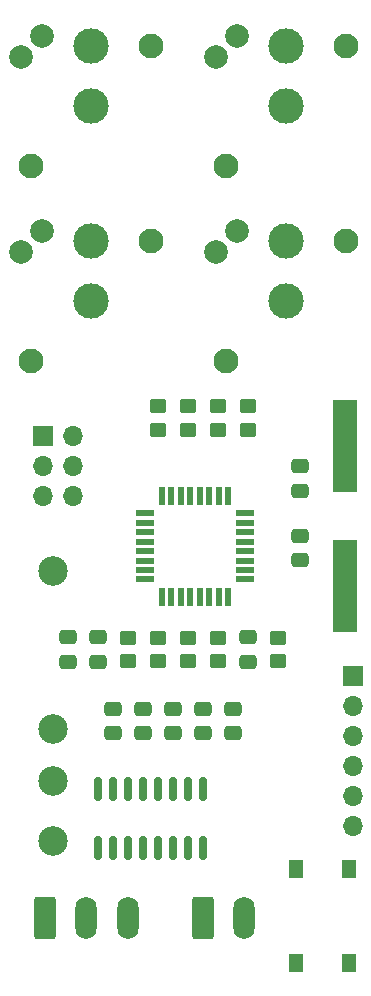
<source format=gbr>
%TF.GenerationSoftware,KiCad,Pcbnew,(7.0.0)*%
%TF.CreationDate,2023-10-20T06:38:37+02:00*%
%TF.ProjectId,SEM_ProjektoroSCH-Rev2,53454d5f-5072-46f6-9a65-6b746f726f53,2.3*%
%TF.SameCoordinates,Original*%
%TF.FileFunction,Soldermask,Top*%
%TF.FilePolarity,Negative*%
%FSLAX46Y46*%
G04 Gerber Fmt 4.6, Leading zero omitted, Abs format (unit mm)*
G04 Created by KiCad (PCBNEW (7.0.0)) date 2023-10-20 06:38:37*
%MOMM*%
%LPD*%
G01*
G04 APERTURE LIST*
G04 Aperture macros list*
%AMRoundRect*
0 Rectangle with rounded corners*
0 $1 Rounding radius*
0 $2 $3 $4 $5 $6 $7 $8 $9 X,Y pos of 4 corners*
0 Add a 4 corners polygon primitive as box body*
4,1,4,$2,$3,$4,$5,$6,$7,$8,$9,$2,$3,0*
0 Add four circle primitives for the rounded corners*
1,1,$1+$1,$2,$3*
1,1,$1+$1,$4,$5*
1,1,$1+$1,$6,$7*
1,1,$1+$1,$8,$9*
0 Add four rect primitives between the rounded corners*
20,1,$1+$1,$2,$3,$4,$5,0*
20,1,$1+$1,$4,$5,$6,$7,0*
20,1,$1+$1,$6,$7,$8,$9,0*
20,1,$1+$1,$8,$9,$2,$3,0*%
G04 Aperture macros list end*
%ADD10RoundRect,0.250000X-0.650000X-1.550000X0.650000X-1.550000X0.650000X1.550000X-0.650000X1.550000X0*%
%ADD11O,1.800000X3.600000*%
%ADD12RoundRect,0.250000X-0.450000X0.350000X-0.450000X-0.350000X0.450000X-0.350000X0.450000X0.350000X0*%
%ADD13R,2.000000X7.875000*%
%ADD14RoundRect,0.250000X-0.475000X0.337500X-0.475000X-0.337500X0.475000X-0.337500X0.475000X0.337500X0*%
%ADD15R,1.600000X0.550000*%
%ADD16R,0.550000X1.600000*%
%ADD17C,2.500000*%
%ADD18RoundRect,0.250000X0.475000X-0.337500X0.475000X0.337500X-0.475000X0.337500X-0.475000X-0.337500X0*%
%ADD19C,2.100000*%
%ADD20C,3.000000*%
%ADD21C,2.000000*%
%ADD22R,1.700000X1.700000*%
%ADD23O,1.700000X1.700000*%
%ADD24RoundRect,0.150000X-0.150000X0.850000X-0.150000X-0.850000X0.150000X-0.850000X0.150000X0.850000X0*%
%ADD25R,1.300000X1.550000*%
G04 APERTURE END LIST*
D10*
%TO.C,J2*%
X133350000Y-127800000D03*
D11*
X136849999Y-127799999D03*
X140349999Y-127799999D03*
%TD*%
D12*
%TO.C,R8*%
X147955000Y-104045000D03*
X147955000Y-106045000D03*
%TD*%
%TO.C,R7*%
X140335000Y-104045000D03*
X140335000Y-106045000D03*
%TD*%
%TO.C,R2*%
X147955000Y-84455000D03*
X147955000Y-86455000D03*
%TD*%
D13*
%TO.C,Y1*%
X158749999Y-87819999D03*
X158749999Y-99694999D03*
%TD*%
D12*
%TO.C,R4*%
X150495000Y-84455000D03*
X150495000Y-86455000D03*
%TD*%
D14*
%TO.C,C1*%
X144145000Y-110087500D03*
X144145000Y-112162500D03*
%TD*%
D15*
%TO.C,U2*%
X150299999Y-99124999D03*
X150299999Y-98324999D03*
X150299999Y-97524999D03*
X150299999Y-96724999D03*
X150299999Y-95924999D03*
X150299999Y-95124999D03*
X150299999Y-94324999D03*
X150299999Y-93524999D03*
D16*
X148849999Y-92074999D03*
X148049999Y-92074999D03*
X147249999Y-92074999D03*
X146449999Y-92074999D03*
X145649999Y-92074999D03*
X144849999Y-92074999D03*
X144049999Y-92074999D03*
X143249999Y-92074999D03*
D15*
X141799999Y-93524999D03*
X141799999Y-94324999D03*
X141799999Y-95124999D03*
X141799999Y-95924999D03*
X141799999Y-96724999D03*
X141799999Y-97524999D03*
X141799999Y-98324999D03*
X141799999Y-99124999D03*
D16*
X143249999Y-100574999D03*
X144049999Y-100574999D03*
X144849999Y-100574999D03*
X145649999Y-100574999D03*
X146449999Y-100574999D03*
X147249999Y-100574999D03*
X148049999Y-100574999D03*
X148849999Y-100574999D03*
%TD*%
D17*
%TO.C,RS-TX*%
X133985000Y-121285000D03*
%TD*%
%TO.C,RS-RX*%
X133985000Y-116205000D03*
%TD*%
D14*
%TO.C,C8*%
X150495000Y-104007500D03*
X150495000Y-106082500D03*
%TD*%
D12*
%TO.C,R1*%
X145415000Y-84455000D03*
X145415000Y-86455000D03*
%TD*%
D18*
%TO.C,C10*%
X154940000Y-91630000D03*
X154940000Y-89555000D03*
%TD*%
%TO.C,C7*%
X135255000Y-106088000D03*
X135255000Y-104013000D03*
%TD*%
D12*
%TO.C,R5*%
X142875000Y-104045000D03*
X142875000Y-106045000D03*
%TD*%
%TO.C,R6*%
X145415000Y-104045000D03*
X145415000Y-106045000D03*
%TD*%
D10*
%TO.C,J1*%
X146685000Y-127800000D03*
D11*
X150184999Y-127799999D03*
%TD*%
D14*
%TO.C,C3*%
X141605000Y-110087500D03*
X141605000Y-112162500D03*
%TD*%
D19*
%TO.C,SW4*%
X148685000Y-80645000D03*
X158845000Y-70485000D03*
D20*
X153765000Y-70485000D03*
X153765000Y-75565000D03*
D21*
X147796000Y-71374000D03*
X149574000Y-69596000D03*
%TD*%
D14*
%TO.C,C4*%
X139065000Y-110087500D03*
X139065000Y-112162500D03*
%TD*%
D18*
%TO.C,C5*%
X137795000Y-106088000D03*
X137795000Y-104013000D03*
%TD*%
D14*
%TO.C,C9*%
X154940000Y-95440000D03*
X154940000Y-97515000D03*
%TD*%
D22*
%TO.C,J3*%
X159384999Y-107314999D03*
D23*
X159384999Y-109854999D03*
X159384999Y-112394999D03*
X159384999Y-114934999D03*
X159384999Y-117474999D03*
X159384999Y-120014999D03*
%TD*%
D18*
%TO.C,C6*%
X149225000Y-112162500D03*
X149225000Y-110087500D03*
%TD*%
D17*
%TO.C,GND*%
X133985000Y-111760000D03*
%TD*%
D12*
%TO.C,R3*%
X142875000Y-84455000D03*
X142875000Y-86455000D03*
%TD*%
D24*
%TO.C,U1*%
X146685000Y-116840000D03*
X145415000Y-116840000D03*
X144145000Y-116840000D03*
X142875000Y-116840000D03*
X141605000Y-116840000D03*
X140335000Y-116840000D03*
X139065000Y-116840000D03*
X137795000Y-116840000D03*
X137795000Y-121840000D03*
X139065000Y-121840000D03*
X140335000Y-121840000D03*
X141605000Y-121840000D03*
X142875000Y-121840000D03*
X144145000Y-121840000D03*
X145415000Y-121840000D03*
X146685000Y-121840000D03*
%TD*%
D19*
%TO.C,SW1*%
X132175000Y-64135000D03*
X142335000Y-53975000D03*
D20*
X137255000Y-53975000D03*
X137255000Y-59055000D03*
D21*
X131286000Y-54864000D03*
X133064000Y-53086000D03*
%TD*%
D19*
%TO.C,SW2*%
X148685000Y-64135000D03*
X158845000Y-53975000D03*
D20*
X153765000Y-53975000D03*
X153765000Y-59055000D03*
D21*
X147796000Y-54864000D03*
X149574000Y-53086000D03*
%TD*%
D22*
%TO.C,J4*%
X133174999Y-87009999D03*
D23*
X135714999Y-87009999D03*
X133174999Y-89549999D03*
X135714999Y-89549999D03*
X133174999Y-92089999D03*
X135714999Y-92089999D03*
%TD*%
D17*
%TO.C,5V*%
X133985000Y-98425000D03*
%TD*%
D12*
%TO.C,R9*%
X153035000Y-104045000D03*
X153035000Y-106045000D03*
%TD*%
D14*
%TO.C,C2*%
X146685000Y-110087500D03*
X146685000Y-112162500D03*
%TD*%
D25*
%TO.C,SW5*%
X159094999Y-123659999D03*
X159094999Y-131609999D03*
X154594999Y-123659999D03*
X154594999Y-131609999D03*
%TD*%
D19*
%TO.C,SW3*%
X132175000Y-80645000D03*
X142335000Y-70485000D03*
D20*
X137255000Y-70485000D03*
X137255000Y-75565000D03*
D21*
X131286000Y-71374000D03*
X133064000Y-69596000D03*
%TD*%
M02*

</source>
